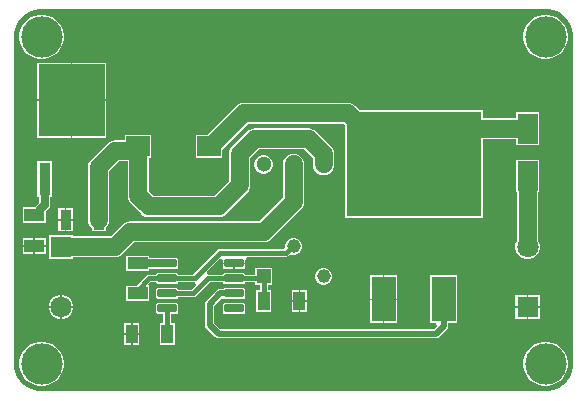
<source format=gbl>
G04*
G04 #@! TF.GenerationSoftware,Altium Limited,Altium Designer,25.1.2 (22)*
G04*
G04 Layer_Physical_Order=2*
G04 Layer_Color=16711680*
%FSLAX25Y25*%
%MOIN*%
G70*
G04*
G04 #@! TF.SameCoordinates,A6D80DD8-A6EF-48C5-BEAB-CD18D09DD35D*
G04*
G04*
G04 #@! TF.FilePolarity,Positive*
G04*
G01*
G75*
%ADD10C,0.01000*%
%ADD18R,0.04528X0.04528*%
%ADD19C,0.04528*%
%ADD21C,0.02500*%
%ADD22C,0.07087*%
%ADD23R,0.07087X0.07087*%
%ADD24C,0.05118*%
%ADD25C,0.13780*%
%ADD26C,0.02400*%
%ADD27R,0.06693X0.04331*%
%ADD28R,0.03740X0.06693*%
%ADD29R,0.03937X0.06299*%
G04:AMPARAMS|DCode=30|XSize=25.59mil|YSize=64.96mil|CornerRadius=1.92mil|HoleSize=0mil|Usage=FLASHONLY|Rotation=90.000|XOffset=0mil|YOffset=0mil|HoleType=Round|Shape=RoundedRectangle|*
%AMROUNDEDRECTD30*
21,1,0.02559,0.06112,0,0,90.0*
21,1,0.02175,0.06496,0,0,90.0*
1,1,0.00384,0.03056,0.01088*
1,1,0.00384,0.03056,-0.01088*
1,1,0.00384,-0.03056,-0.01088*
1,1,0.00384,-0.03056,0.01088*
%
%ADD30ROUNDEDRECTD30*%
%ADD31R,0.08189X0.15000*%
%ADD32R,0.22165X0.23976*%
%ADD33R,0.03819X0.11142*%
%ADD34R,0.07874X0.06693*%
%ADD35R,0.06693X0.04134*%
%ADD36R,0.45000X0.35000*%
%ADD37R,0.06693X0.09843*%
%ADD38C,0.02000*%
%ADD39C,0.06000*%
%ADD40C,0.01500*%
G36*
X396683Y483844D02*
X398357Y483150D01*
X399863Y482144D01*
X401144Y480863D01*
X402150Y479356D01*
X402844Y477683D01*
X403197Y475906D01*
Y475000D01*
Y366000D01*
Y365094D01*
X402844Y363317D01*
X402150Y361644D01*
X401144Y360137D01*
X399863Y358856D01*
X398357Y357850D01*
X396683Y357156D01*
X394906Y356803D01*
X225094D01*
X223317Y357156D01*
X221643Y357850D01*
X220137Y358856D01*
X218856Y360137D01*
X217849Y361644D01*
X217156Y363317D01*
X216803Y365094D01*
Y366000D01*
Y475000D01*
Y475906D01*
X217156Y477683D01*
X217849Y479356D01*
X218856Y480863D01*
X220137Y482144D01*
X221643Y483150D01*
X223317Y483844D01*
X225094Y484197D01*
X394906D01*
X396683Y483844D01*
D02*
G37*
%LPC*%
G36*
X394728Y482390D02*
X393272D01*
X391845Y482106D01*
X390500Y481549D01*
X389289Y480740D01*
X388260Y479711D01*
X387451Y478500D01*
X386894Y477155D01*
X386610Y475728D01*
Y474272D01*
X386894Y472845D01*
X387451Y471500D01*
X388260Y470289D01*
X389289Y469260D01*
X390500Y468451D01*
X391845Y467894D01*
X393272Y467610D01*
X394728D01*
X396156Y467894D01*
X397500Y468451D01*
X398711Y469260D01*
X399740Y470289D01*
X400549Y471500D01*
X401106Y472845D01*
X401390Y474272D01*
Y475728D01*
X401106Y477155D01*
X400549Y478500D01*
X399740Y479711D01*
X398711Y480740D01*
X397500Y481549D01*
X396156Y482106D01*
X394728Y482390D01*
D02*
G37*
G36*
X226728D02*
X225272D01*
X223845Y482106D01*
X222500Y481549D01*
X221289Y480740D01*
X220260Y479711D01*
X219451Y478500D01*
X218894Y477155D01*
X218610Y475728D01*
Y474272D01*
X218894Y472845D01*
X219451Y471500D01*
X220260Y470289D01*
X221289Y469260D01*
X222500Y468451D01*
X223845Y467894D01*
X225272Y467610D01*
X226728D01*
X228155Y467894D01*
X229500Y468451D01*
X230711Y469260D01*
X231740Y470289D01*
X232549Y471500D01*
X233106Y472845D01*
X233390Y474272D01*
Y475728D01*
X233106Y477155D01*
X232549Y478500D01*
X231740Y479711D01*
X230711Y480740D01*
X229500Y481549D01*
X228155Y482106D01*
X226728Y482390D01*
D02*
G37*
G36*
X247583Y466370D02*
X236250D01*
Y454132D01*
X247583D01*
Y466370D01*
D02*
G37*
G36*
X235750D02*
X224417D01*
Y454132D01*
X235750D01*
Y466370D01*
D02*
G37*
G36*
X247583Y453632D02*
X236250D01*
Y441394D01*
X247583D01*
Y453632D01*
D02*
G37*
G36*
X235750D02*
X224417D01*
Y441394D01*
X235750D01*
Y453632D01*
D02*
G37*
G36*
X328000Y453030D02*
X293402D01*
X292488Y452910D01*
X291636Y452557D01*
X290905Y451996D01*
X281256Y442346D01*
X277374D01*
Y434654D01*
X286248D01*
Y437354D01*
X294864Y445970D01*
X326538D01*
X327000Y445507D01*
Y414500D01*
X373000D01*
Y440844D01*
X384154D01*
Y438953D01*
X391846D01*
Y449795D01*
X384154D01*
Y447904D01*
X373000D01*
Y450500D01*
X331993D01*
X330496Y451996D01*
X329765Y452557D01*
X328914Y452910D01*
X328000Y453030D01*
D02*
G37*
G36*
X300403Y435559D02*
X299597D01*
X298819Y435351D01*
X298122Y434948D01*
X297552Y434378D01*
X297149Y433681D01*
X296941Y432903D01*
Y432097D01*
X297149Y431319D01*
X297552Y430622D01*
X298122Y430052D01*
X298819Y429649D01*
X299597Y429441D01*
X300403D01*
X301181Y429649D01*
X301878Y430052D01*
X302448Y430622D01*
X302851Y431319D01*
X303059Y432097D01*
Y432903D01*
X302851Y433681D01*
X302448Y434378D01*
X301878Y434948D01*
X301181Y435351D01*
X300403Y435559D01*
D02*
G37*
G36*
X297015Y444530D02*
X296101Y444410D01*
X295250Y444057D01*
X294518Y443496D01*
X294518Y443496D01*
X289504Y438482D01*
X288943Y437750D01*
X288590Y436899D01*
X288470Y435985D01*
Y426962D01*
X283538Y422030D01*
X263166D01*
X261719Y423477D01*
Y434654D01*
X262626D01*
Y442346D01*
X253752D01*
Y440530D01*
X250500D01*
X249586Y440410D01*
X248735Y440057D01*
X248004Y439496D01*
X248004Y439496D01*
X242519Y434012D01*
X241958Y433281D01*
X241606Y432429D01*
X241486Y431516D01*
Y427701D01*
Y414000D01*
X241606Y413086D01*
X241958Y412235D01*
X242519Y411504D01*
X242642Y411410D01*
Y410153D01*
X247382D01*
Y411404D01*
X247512Y411504D01*
X248073Y412235D01*
X248426Y413086D01*
X248546Y414000D01*
Y427701D01*
Y430054D01*
X251962Y433470D01*
X254659D01*
Y422015D01*
X254779Y421101D01*
X255132Y420250D01*
X255693Y419519D01*
X259208Y416004D01*
X259939Y415443D01*
X260790Y415090D01*
X261704Y414970D01*
X285000D01*
X285914Y415090D01*
X286765Y415443D01*
X287496Y416004D01*
X294496Y423004D01*
X294496Y423004D01*
X295057Y423735D01*
X295410Y424586D01*
X295530Y425500D01*
Y434523D01*
X298477Y437470D01*
X313538D01*
X316470Y434538D01*
Y432500D01*
X316590Y431586D01*
X316943Y430735D01*
X317504Y430004D01*
X318235Y429443D01*
X319086Y429090D01*
X320000Y428970D01*
X320914Y429090D01*
X321765Y429443D01*
X322496Y430004D01*
X323057Y430735D01*
X323410Y431586D01*
X323530Y432500D01*
Y436000D01*
X323410Y436914D01*
X323057Y437765D01*
X322496Y438496D01*
X317496Y443496D01*
X316765Y444057D01*
X315914Y444410D01*
X315000Y444530D01*
X297015D01*
X297015Y444530D01*
D02*
G37*
G36*
X236358Y417846D02*
X234238D01*
Y414250D01*
X236358D01*
Y417846D01*
D02*
G37*
G36*
X233738D02*
X231618D01*
Y414250D01*
X233738D01*
Y417846D01*
D02*
G37*
G36*
X229394Y433772D02*
X224575D01*
Y421630D01*
X225216D01*
Y419739D01*
X224335Y418858D01*
X223948Y418279D01*
X223925Y418165D01*
X219654D01*
Y412835D01*
X227346D01*
Y416243D01*
X227381Y416415D01*
Y416857D01*
X228262Y417738D01*
X228262Y417738D01*
X228648Y418317D01*
X228784Y419000D01*
X228784Y419000D01*
Y421630D01*
X229394D01*
Y433772D01*
D02*
G37*
G36*
X236358Y413750D02*
X234238D01*
Y410153D01*
X236358D01*
Y413750D01*
D02*
G37*
G36*
X233738D02*
X231618D01*
Y410153D01*
X233738D01*
Y413750D01*
D02*
G37*
G36*
X310000Y436030D02*
X309086Y435910D01*
X308235Y435557D01*
X307504Y434996D01*
X306943Y434265D01*
X306590Y433414D01*
X306470Y432500D01*
Y421462D01*
X298538Y413530D01*
X255500D01*
X254586Y413410D01*
X253735Y413057D01*
X253004Y412496D01*
X249038Y408530D01*
X236543D01*
Y409043D01*
X228457D01*
Y400957D01*
X236543D01*
Y401470D01*
X250500D01*
X251414Y401590D01*
X252265Y401943D01*
X252996Y402504D01*
X256962Y406470D01*
X300000D01*
X300914Y406590D01*
X301765Y406943D01*
X302496Y407504D01*
X312496Y417504D01*
X313057Y418235D01*
X313410Y419086D01*
X313530Y420000D01*
X313530Y420000D01*
Y432500D01*
X313410Y433414D01*
X313057Y434265D01*
X312496Y434996D01*
X311765Y435557D01*
X310914Y435910D01*
X310000Y436030D01*
D02*
G37*
G36*
X227346Y407929D02*
X223750D01*
Y405514D01*
X227346D01*
Y407929D01*
D02*
G37*
G36*
X223250D02*
X219654D01*
Y405514D01*
X223250D01*
Y407929D01*
D02*
G37*
G36*
X227346Y405014D02*
X223750D01*
Y402598D01*
X227346D01*
Y405014D01*
D02*
G37*
G36*
X223250D02*
X219654D01*
Y402598D01*
X223250D01*
Y405014D01*
D02*
G37*
G36*
X310364Y407902D02*
X309636D01*
X308933Y407713D01*
X308303Y407349D01*
X307788Y406835D01*
X307425Y406205D01*
X307236Y405502D01*
Y404774D01*
X306335Y404275D01*
X285500D01*
X285012Y404178D01*
X284599Y403901D01*
X276472Y395775D01*
X271602D01*
X271586Y395858D01*
X271433Y396087D01*
X271204Y396239D01*
X270934Y396293D01*
X264822D01*
X264552Y396239D01*
X264323Y396087D01*
X264170Y395858D01*
X264154Y395775D01*
X261770D01*
X261282Y395677D01*
X260869Y395401D01*
X257515Y392047D01*
X254153D01*
Y386913D01*
X261846D01*
Y392047D01*
X261846D01*
X261633Y392561D01*
X262298Y393226D01*
X264154D01*
X264170Y393142D01*
X264323Y392914D01*
X264552Y392761D01*
X264822Y392707D01*
X270934D01*
X271204Y392761D01*
X271433Y392914D01*
X271586Y393142D01*
X271602Y393226D01*
X277000D01*
X277011Y393228D01*
X277504Y392306D01*
X275972Y390774D01*
X271602D01*
X271586Y390858D01*
X271433Y391087D01*
X271204Y391239D01*
X270934Y391293D01*
X264822D01*
X264552Y391239D01*
X264323Y391087D01*
X264170Y390858D01*
X264116Y390588D01*
Y388412D01*
X264170Y388142D01*
X264323Y387913D01*
X264552Y387761D01*
X264822Y387707D01*
X270934D01*
X271204Y387761D01*
X271433Y387913D01*
X271586Y388142D01*
X271602Y388226D01*
X276500D01*
X276988Y388322D01*
X277401Y388599D01*
X282028Y393226D01*
X286398D01*
X286414Y393142D01*
X286567Y392914D01*
X286796Y392761D01*
X287066Y392707D01*
X293178D01*
X293448Y392761D01*
X293677Y392914D01*
X293830Y393142D01*
X293847Y393226D01*
X297236D01*
Y392374D01*
X298820D01*
Y390650D01*
X297626D01*
Y383350D01*
X302563D01*
Y390650D01*
X301369D01*
Y392374D01*
X302764D01*
Y397902D01*
X297236D01*
Y395775D01*
X293847D01*
X293830Y395858D01*
X293677Y396087D01*
X293448Y396239D01*
X293178Y396293D01*
X287066D01*
X286796Y396239D01*
X286567Y396087D01*
X286414Y395858D01*
X286398Y395775D01*
X281500D01*
X281489Y395772D01*
X280996Y396694D01*
X285550Y401247D01*
X285760Y401152D01*
X286374Y400658D01*
X286361Y400588D01*
Y399750D01*
X290122D01*
X293884D01*
Y400588D01*
X293856Y400726D01*
X293987Y401104D01*
X294384Y401725D01*
X307608D01*
X308095Y401823D01*
X308509Y402099D01*
X308964Y402554D01*
X309636Y402374D01*
X310364D01*
X311067Y402562D01*
X311697Y402926D01*
X312212Y403441D01*
X312575Y404071D01*
X312764Y404774D01*
Y405502D01*
X312575Y406205D01*
X312212Y406835D01*
X311697Y407349D01*
X311067Y407713D01*
X310364Y407902D01*
D02*
G37*
G36*
X391846Y434047D02*
X384154D01*
Y423205D01*
X384470D01*
Y406972D01*
X384232Y406561D01*
X383957Y405532D01*
Y404468D01*
X384232Y403439D01*
X384765Y402517D01*
X385517Y401765D01*
X386439Y401232D01*
X387468Y400957D01*
X388532D01*
X389561Y401232D01*
X390483Y401765D01*
X391235Y402517D01*
X391768Y403439D01*
X392043Y404468D01*
Y405532D01*
X391768Y406561D01*
X391530Y406972D01*
Y423205D01*
X391846D01*
Y434047D01*
D02*
G37*
G36*
X293884Y399250D02*
X290372D01*
Y397707D01*
X293178D01*
X293448Y397761D01*
X293677Y397914D01*
X293830Y398142D01*
X293884Y398412D01*
Y399250D01*
D02*
G37*
G36*
X289872D02*
X286361D01*
Y398412D01*
X286414Y398142D01*
X286567Y397914D01*
X286796Y397761D01*
X287066Y397707D01*
X289872D01*
Y399250D01*
D02*
G37*
G36*
X261846Y402087D02*
X254153D01*
Y396953D01*
X261846D01*
Y397716D01*
X264778D01*
X264822Y397707D01*
X270934D01*
X271204Y397761D01*
X271433Y397914D01*
X271586Y398142D01*
X271640Y398412D01*
Y400588D01*
X271586Y400858D01*
X271433Y401087D01*
X271204Y401239D01*
X270934Y401293D01*
X264822D01*
X264778Y401284D01*
X261846D01*
Y402087D01*
D02*
G37*
G36*
X320364Y397902D02*
X319636D01*
X318933Y397713D01*
X318303Y397349D01*
X317788Y396835D01*
X317425Y396205D01*
X317236Y395502D01*
Y394774D01*
X317425Y394071D01*
X317788Y393441D01*
X318303Y392926D01*
X318933Y392562D01*
X319636Y392374D01*
X320364D01*
X321067Y392562D01*
X321697Y392926D01*
X322212Y393441D01*
X322575Y394071D01*
X322764Y394774D01*
Y395502D01*
X322575Y396205D01*
X322212Y396835D01*
X321697Y397349D01*
X321067Y397713D01*
X320364Y397902D01*
D02*
G37*
G36*
X344595Y395500D02*
X340250D01*
Y387750D01*
X344595D01*
Y395500D01*
D02*
G37*
G36*
X339750D02*
X335405D01*
Y387750D01*
X339750D01*
Y395500D01*
D02*
G37*
G36*
X364595D02*
X355405D01*
Y379500D01*
X357423D01*
X357837Y378500D01*
X356867Y377529D01*
X285633D01*
X283529Y379633D01*
Y385367D01*
X285678Y387515D01*
X286567Y387913D01*
X286796Y387761D01*
X287066Y387707D01*
X293178D01*
X293448Y387761D01*
X293677Y387913D01*
X293830Y388142D01*
X293884Y388412D01*
Y390588D01*
X293830Y390858D01*
X293677Y391087D01*
X293448Y391239D01*
X293178Y391293D01*
X287066D01*
X286796Y391239D01*
X286567Y391087D01*
X286529Y391029D01*
X285500D01*
X284915Y390913D01*
X284419Y390581D01*
X280919Y387081D01*
X280587Y386585D01*
X280471Y386000D01*
Y379000D01*
X280587Y378415D01*
X280919Y377919D01*
X283919Y374919D01*
X284415Y374587D01*
X285000Y374471D01*
X357500D01*
X358085Y374587D01*
X358581Y374919D01*
X361081Y377419D01*
X361413Y377915D01*
X361529Y378500D01*
Y379500D01*
X364595D01*
Y395500D01*
D02*
G37*
G36*
X314374Y390650D02*
X312156D01*
Y387250D01*
X314374D01*
Y390650D01*
D02*
G37*
G36*
X311655D02*
X309437D01*
Y387250D01*
X311655D01*
Y390650D01*
D02*
G37*
G36*
X233032Y389043D02*
X232750D01*
Y385250D01*
X236543D01*
Y385532D01*
X236268Y386561D01*
X235735Y387483D01*
X234983Y388235D01*
X234061Y388768D01*
X233032Y389043D01*
D02*
G37*
G36*
X392043D02*
X388250D01*
Y385250D01*
X392043D01*
Y389043D01*
D02*
G37*
G36*
X387750D02*
X383957D01*
Y385250D01*
X387750D01*
Y389043D01*
D02*
G37*
G36*
X232250D02*
X231968D01*
X230939Y388768D01*
X230017Y388235D01*
X229265Y387483D01*
X228732Y386561D01*
X228457Y385532D01*
Y385250D01*
X232250D01*
Y389043D01*
D02*
G37*
G36*
X314374Y386750D02*
X312156D01*
Y383350D01*
X314374D01*
Y386750D01*
D02*
G37*
G36*
X311655D02*
X309437D01*
Y383350D01*
X311655D01*
Y386750D01*
D02*
G37*
G36*
X293178Y386293D02*
X287066D01*
X286796Y386239D01*
X286567Y386087D01*
X286414Y385858D01*
X286361Y385588D01*
Y383412D01*
X286414Y383142D01*
X286567Y382913D01*
X286796Y382761D01*
X287066Y382707D01*
X293178D01*
X293448Y382761D01*
X293677Y382913D01*
X293830Y383142D01*
X293884Y383412D01*
Y385588D01*
X293830Y385858D01*
X293677Y386087D01*
X293448Y386239D01*
X293178Y386293D01*
D02*
G37*
G36*
X392043Y384750D02*
X388250D01*
Y380957D01*
X392043D01*
Y384750D01*
D02*
G37*
G36*
X387750D02*
X383957D01*
Y380957D01*
X387750D01*
Y384750D01*
D02*
G37*
G36*
X236543D02*
X232750D01*
Y380957D01*
X233032D01*
X234061Y381232D01*
X234983Y381765D01*
X235735Y382517D01*
X236268Y383439D01*
X236543Y384468D01*
Y384750D01*
D02*
G37*
G36*
X232250D02*
X228457D01*
Y384468D01*
X228732Y383439D01*
X229265Y382517D01*
X230017Y381765D01*
X230939Y381232D01*
X231968Y380957D01*
X232250D01*
Y384750D01*
D02*
G37*
G36*
X344595Y387250D02*
X340250D01*
Y379500D01*
X344595D01*
Y387250D01*
D02*
G37*
G36*
X339750D02*
X335405D01*
Y379500D01*
X339750D01*
Y387250D01*
D02*
G37*
G36*
X258563Y379650D02*
X256345D01*
Y376250D01*
X258563D01*
Y379650D01*
D02*
G37*
G36*
X255844D02*
X253626D01*
Y376250D01*
X255844D01*
Y379650D01*
D02*
G37*
G36*
X270934Y386293D02*
X264822D01*
X264552Y386239D01*
X264323Y386087D01*
X264170Y385858D01*
X264116Y385588D01*
Y383412D01*
X264170Y383142D01*
X264323Y382913D01*
X264552Y382761D01*
X264822Y382707D01*
X266603D01*
Y379650D01*
X265437D01*
Y372350D01*
X270374D01*
Y379650D01*
X269152D01*
Y382707D01*
X270934D01*
X271204Y382761D01*
X271433Y382913D01*
X271586Y383142D01*
X271640Y383412D01*
Y385588D01*
X271586Y385858D01*
X271433Y386087D01*
X271204Y386239D01*
X270934Y386293D01*
D02*
G37*
G36*
X258563Y375750D02*
X256345D01*
Y372350D01*
X258563D01*
Y375750D01*
D02*
G37*
G36*
X255844D02*
X253626D01*
Y372350D01*
X255844D01*
Y375750D01*
D02*
G37*
G36*
X394728Y373390D02*
X393272D01*
X391845Y373106D01*
X390500Y372549D01*
X389289Y371740D01*
X388260Y370711D01*
X387451Y369500D01*
X386894Y368156D01*
X386610Y366728D01*
Y365272D01*
X386894Y363844D01*
X387451Y362500D01*
X388260Y361289D01*
X389289Y360260D01*
X390500Y359451D01*
X391845Y358894D01*
X393272Y358610D01*
X394728D01*
X396156Y358894D01*
X397500Y359451D01*
X398711Y360260D01*
X399740Y361289D01*
X400549Y362500D01*
X401106Y363844D01*
X401390Y365272D01*
Y366728D01*
X401106Y368156D01*
X400549Y369500D01*
X399740Y370711D01*
X398711Y371740D01*
X397500Y372549D01*
X396156Y373106D01*
X394728Y373390D01*
D02*
G37*
G36*
X226728D02*
X225272D01*
X223845Y373106D01*
X222500Y372549D01*
X221289Y371740D01*
X220260Y370711D01*
X219451Y369500D01*
X218894Y368156D01*
X218610Y366728D01*
Y365272D01*
X218894Y363844D01*
X219451Y362500D01*
X220260Y361289D01*
X221289Y360260D01*
X222500Y359451D01*
X223845Y358894D01*
X225272Y358610D01*
X226728D01*
X228155Y358894D01*
X229500Y359451D01*
X230711Y360260D01*
X231740Y361289D01*
X232549Y362500D01*
X233106Y363844D01*
X233390Y365272D01*
Y366728D01*
X233106Y368156D01*
X232549Y369500D01*
X231740Y370711D01*
X230711Y371740D01*
X229500Y372549D01*
X228155Y373106D01*
X226728Y373390D01*
D02*
G37*
%LPD*%
D10*
X267905Y376000D02*
X267965Y376060D01*
D18*
X300000Y395138D02*
D03*
D19*
X310000Y405138D02*
D03*
X320000Y395138D02*
D03*
D21*
X257781Y399500D02*
X267878D01*
X227000Y419000D02*
Y427000D01*
X223500Y415500D02*
X224681D01*
X225596Y416415D01*
Y417596D01*
X227000Y419000D01*
D22*
X232500Y385000D02*
D03*
X388000Y405000D02*
D03*
D23*
X232500D02*
D03*
X388000Y385000D02*
D03*
D24*
X310000Y432500D02*
D03*
X320000D02*
D03*
X300000D02*
D03*
D25*
X394000Y366000D02*
D03*
X226000Y475000D02*
D03*
Y366000D02*
D03*
X394000Y475000D02*
D03*
D26*
X227000Y427000D02*
D03*
X258032Y399520D02*
D03*
D27*
X223500Y405264D02*
D03*
Y415500D02*
D03*
D28*
X233988Y414000D02*
D03*
X245012D02*
D03*
D29*
X311906Y387000D02*
D03*
X256095Y376000D02*
D03*
X300095Y387000D02*
D03*
X267905Y376000D02*
D03*
D30*
X290122Y399500D02*
D03*
X267878D02*
D03*
X290122Y389500D02*
D03*
X267878Y384500D02*
D03*
Y389500D02*
D03*
X290122Y384500D02*
D03*
Y394500D02*
D03*
X267878D02*
D03*
D31*
X340000Y387500D02*
D03*
X360000D02*
D03*
D32*
X236000Y453882D02*
D03*
D33*
X226984Y427701D02*
D03*
X245016D02*
D03*
D34*
X258189Y438500D02*
D03*
X281811D02*
D03*
D35*
X258000Y399520D02*
D03*
Y389480D02*
D03*
D36*
X350000Y432500D02*
D03*
D37*
X388000Y444374D02*
D03*
Y428626D02*
D03*
D38*
X285000Y376000D02*
X357500D01*
X360000Y378500D01*
X282000Y379000D02*
X285000Y376000D01*
X360000Y378500D02*
Y387500D01*
X282000Y379000D02*
Y386000D01*
X285500Y389500D01*
X290122D01*
D39*
X293402Y449500D02*
X328000D01*
X282748Y438846D02*
X293402Y449500D01*
X328000D02*
X345000Y432500D01*
X292000Y435985D02*
X297015Y441000D01*
X315000D01*
X320000Y436000D01*
Y432500D02*
Y436000D01*
X292000Y425500D02*
Y435985D01*
X255500Y410000D02*
X300000D01*
X232500Y405000D02*
X250500D01*
X255500Y410000D01*
X300000D02*
X310000Y420000D01*
X285000Y418500D02*
X292000Y425500D01*
X258189Y422015D02*
X261704Y418500D01*
X258189Y422015D02*
Y438500D01*
X261704Y418500D02*
X285000D01*
X310000Y420000D02*
Y432500D01*
X245016Y427701D02*
Y431516D01*
Y414000D02*
Y427701D01*
X250500Y437000D02*
X256098D01*
X245016Y431516D02*
X250500Y437000D01*
X256098D02*
X257252Y438154D01*
X257842D01*
X258189Y438500D01*
X281811D02*
X282157Y438846D01*
X282748D01*
X345000Y432500D02*
X350000D01*
X361874Y444374D01*
X388000D01*
Y405000D02*
Y428626D01*
D40*
X261770Y394500D02*
X277000D01*
X258000Y390730D02*
X261770Y394500D01*
X285500Y403000D02*
X307608D01*
X277000Y394500D02*
X285500Y403000D01*
X307608D02*
X309745Y405138D01*
X310000D01*
X267878Y389500D02*
X276500D01*
X281500Y394500D02*
X290122D01*
X276500Y389500D02*
X281500Y394500D01*
X300000Y395138D02*
X300095Y395043D01*
Y387000D02*
Y395043D01*
X299362Y394500D02*
X300000Y395138D01*
X290122Y394500D02*
X299362D01*
X267878Y378407D02*
Y384500D01*
M02*

</source>
